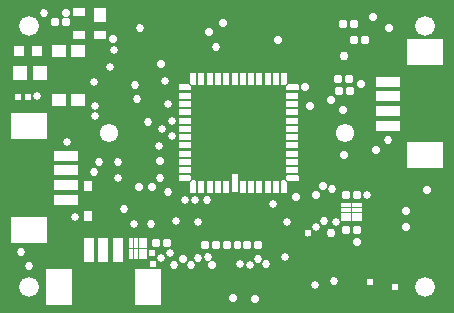
<source format=gbr>
G04 EAGLE Gerber RS-274X export*
G75*
%MOMM*%
%FSLAX34Y34*%
%LPD*%
%INSoldermask Bottom*%
%IPNEG*%
%AMOC8*
5,1,8,0,0,1.08239X$1,22.5*%
G01*
%ADD10C,0.722450*%
%ADD11C,0.715269*%
%ADD12C,0.677756*%
%ADD13C,0.685800*%
%ADD14C,0.736600*%
%ADD15C,0.740525*%
%ADD16C,0.690019*%
%ADD17C,0.713006*%
%ADD18C,0.752200*%
%ADD19C,0.711650*%
%ADD20C,0.737038*%
%ADD21C,0.702525*%
%ADD22C,0.705731*%
%ADD23C,0.697456*%
%ADD24C,0.738344*%
%ADD25C,0.747463*%
%ADD26C,0.693750*%
%ADD27C,0.622688*%
%ADD28C,0.662350*%
%ADD29C,0.664781*%
%ADD30C,0.660888*%
%ADD31C,0.687675*%
%ADD32C,0.693281*%
%ADD33C,0.668169*%
%ADD34C,0.660400*%
%ADD35C,0.609600*%
%ADD36C,0.614344*%
%ADD37C,0.653031*%
%ADD38C,0.686269*%
%ADD39C,0.647575*%
%ADD40C,0.711200*%
%ADD41C,0.731325*%
%ADD42C,0.690950*%
%ADD43C,0.681550*%
%ADD44C,0.642569*%
%ADD45C,0.651050*%
%ADD46C,0.672500*%
%ADD47C,0.666719*%
%ADD48C,0.659419*%
%ADD49C,0.603750*%
%ADD50C,0.722894*%
%ADD51R,0.952400X2.152400*%
%ADD52R,2.252400X3.152400*%
%ADD53R,2.152400X0.952400*%
%ADD54R,3.152400X2.252400*%
%ADD55R,0.952400X0.952400*%
%ADD56C,1.676400*%
%ADD57R,1.252400X1.152400*%
%ADD58R,1.152400X1.052400*%
%ADD59C,1.552400*%
%ADD60R,1.050000X0.500000*%
%ADD61R,0.500000X1.050000*%
%ADD62R,0.500000X1.650000*%
%ADD63R,1.002400X0.652400*%
%ADD64R,1.002400X1.212400*%
%ADD65R,0.352400X0.852400*%
%ADD66R,0.852400X0.352400*%
%ADD67R,0.752400X0.952400*%
%ADD68C,0.404487*%
%ADD69R,0.552400X0.502400*%

G36*
X48908Y39948D02*
X48908Y39948D01*
X48966Y39960D01*
X48978Y39968D01*
X48984Y39970D01*
X48991Y39978D01*
X49026Y40004D01*
X50526Y41504D01*
X50548Y41544D01*
X50572Y41571D01*
X50574Y41585D01*
X50588Y41606D01*
X50590Y41621D01*
X50593Y41626D01*
X50593Y41637D01*
X50599Y41680D01*
X50599Y50180D01*
X50594Y50196D01*
X50597Y50213D01*
X50575Y50263D01*
X50560Y50314D01*
X50547Y50325D01*
X50540Y50341D01*
X50495Y50371D01*
X50455Y50406D01*
X50438Y50409D01*
X50424Y50418D01*
X50350Y50429D01*
X45850Y50429D01*
X45834Y50424D01*
X45817Y50427D01*
X45767Y50405D01*
X45716Y50390D01*
X45705Y50377D01*
X45689Y50370D01*
X45659Y50325D01*
X45624Y50285D01*
X45621Y50268D01*
X45612Y50253D01*
X45601Y50180D01*
X45601Y40930D01*
X45607Y40908D01*
X45605Y40894D01*
X45620Y40862D01*
X45630Y40814D01*
X45638Y40802D01*
X45640Y40796D01*
X45648Y40789D01*
X45659Y40774D01*
X45662Y40767D01*
X45666Y40764D01*
X45674Y40754D01*
X46424Y40004D01*
X46476Y39975D01*
X46527Y39942D01*
X46541Y39940D01*
X46546Y39937D01*
X46557Y39937D01*
X46600Y39931D01*
X48850Y39931D01*
X48908Y39948D01*
G37*
G36*
X-31592Y35698D02*
X-31592Y35698D01*
X-31534Y35710D01*
X-31522Y35718D01*
X-31516Y35720D01*
X-31509Y35728D01*
X-31474Y35754D01*
X-30724Y36504D01*
X-30702Y36543D01*
X-30676Y36573D01*
X-30674Y36588D01*
X-30662Y36606D01*
X-30660Y36621D01*
X-30657Y36626D01*
X-30657Y36637D01*
X-30651Y36680D01*
X-30651Y38930D01*
X-30655Y38943D01*
X-30653Y38954D01*
X-30667Y38986D01*
X-30668Y38988D01*
X-30680Y39046D01*
X-30688Y39058D01*
X-30690Y39064D01*
X-30698Y39071D01*
X-30724Y39106D01*
X-32224Y40606D01*
X-32276Y40635D01*
X-32327Y40668D01*
X-32341Y40670D01*
X-32346Y40673D01*
X-32357Y40673D01*
X-32400Y40679D01*
X-40900Y40679D01*
X-40916Y40674D01*
X-40933Y40677D01*
X-40983Y40655D01*
X-41034Y40640D01*
X-41045Y40627D01*
X-41061Y40620D01*
X-41091Y40575D01*
X-41126Y40535D01*
X-41129Y40518D01*
X-41138Y40503D01*
X-41149Y40430D01*
X-41149Y35930D01*
X-41144Y35914D01*
X-41147Y35897D01*
X-41125Y35847D01*
X-41110Y35796D01*
X-41097Y35785D01*
X-41090Y35769D01*
X-41045Y35739D01*
X-41005Y35704D01*
X-40988Y35701D01*
X-40974Y35692D01*
X-40900Y35681D01*
X-31650Y35681D01*
X-31592Y35698D01*
G37*
G36*
X-27342Y39948D02*
X-27342Y39948D01*
X-27284Y39960D01*
X-27272Y39968D01*
X-27266Y39970D01*
X-27259Y39978D01*
X-27224Y40004D01*
X-26474Y40754D01*
X-26452Y40793D01*
X-26426Y40823D01*
X-26424Y40838D01*
X-26412Y40856D01*
X-26410Y40871D01*
X-26407Y40876D01*
X-26407Y40887D01*
X-26401Y40930D01*
X-26401Y50180D01*
X-26406Y50196D01*
X-26403Y50213D01*
X-26425Y50263D01*
X-26440Y50314D01*
X-26453Y50325D01*
X-26460Y50341D01*
X-26505Y50371D01*
X-26545Y50406D01*
X-26562Y50409D01*
X-26577Y50418D01*
X-26650Y50429D01*
X-31150Y50429D01*
X-31166Y50424D01*
X-31183Y50427D01*
X-31233Y50405D01*
X-31284Y50390D01*
X-31295Y50377D01*
X-31311Y50370D01*
X-31341Y50325D01*
X-31376Y50285D01*
X-31379Y50268D01*
X-31388Y50253D01*
X-31399Y50180D01*
X-31399Y41680D01*
X-31391Y41652D01*
X-31393Y41642D01*
X-31381Y41617D01*
X-31370Y41564D01*
X-31362Y41552D01*
X-31360Y41546D01*
X-31352Y41539D01*
X-31338Y41520D01*
X-31336Y41514D01*
X-31333Y41512D01*
X-31326Y41504D01*
X-29826Y40004D01*
X-29774Y39975D01*
X-29724Y39942D01*
X-29709Y39940D01*
X-29704Y39937D01*
X-29693Y39937D01*
X-29650Y39931D01*
X-27400Y39931D01*
X-27342Y39948D01*
G37*
G36*
X-32342Y-41302D02*
X-32342Y-41302D01*
X-32284Y-41290D01*
X-32272Y-41282D01*
X-32266Y-41280D01*
X-32259Y-41272D01*
X-32224Y-41246D01*
X-30724Y-39746D01*
X-30702Y-39706D01*
X-30678Y-39679D01*
X-30676Y-39665D01*
X-30662Y-39644D01*
X-30660Y-39629D01*
X-30657Y-39624D01*
X-30657Y-39613D01*
X-30651Y-39570D01*
X-30651Y-37320D01*
X-30654Y-37307D01*
X-30653Y-37298D01*
X-30665Y-37270D01*
X-30668Y-37262D01*
X-30680Y-37204D01*
X-30688Y-37192D01*
X-30690Y-37186D01*
X-30698Y-37179D01*
X-30724Y-37144D01*
X-31474Y-36394D01*
X-31526Y-36365D01*
X-31577Y-36332D01*
X-31591Y-36330D01*
X-31596Y-36327D01*
X-31607Y-36327D01*
X-31650Y-36321D01*
X-40900Y-36321D01*
X-40916Y-36326D01*
X-40933Y-36323D01*
X-40983Y-36345D01*
X-41034Y-36360D01*
X-41045Y-36373D01*
X-41061Y-36380D01*
X-41091Y-36425D01*
X-41126Y-36465D01*
X-41129Y-36482D01*
X-41138Y-36497D01*
X-41149Y-36570D01*
X-41149Y-41070D01*
X-41144Y-41087D01*
X-41147Y-41103D01*
X-41125Y-41153D01*
X-41110Y-41204D01*
X-41097Y-41216D01*
X-41090Y-41231D01*
X-41045Y-41261D01*
X-41005Y-41296D01*
X-40988Y-41299D01*
X-40974Y-41308D01*
X-40900Y-41319D01*
X-32400Y-41319D01*
X-32342Y-41302D01*
G37*
G36*
X60116Y35686D02*
X60116Y35686D01*
X60133Y35683D01*
X60183Y35705D01*
X60234Y35720D01*
X60245Y35733D01*
X60261Y35740D01*
X60291Y35785D01*
X60326Y35825D01*
X60329Y35842D01*
X60338Y35856D01*
X60349Y35930D01*
X60349Y40430D01*
X60346Y40442D01*
X60347Y40450D01*
X60345Y40453D01*
X60347Y40463D01*
X60325Y40513D01*
X60310Y40564D01*
X60297Y40575D01*
X60290Y40591D01*
X60245Y40621D01*
X60205Y40656D01*
X60188Y40659D01*
X60174Y40668D01*
X60100Y40679D01*
X51600Y40679D01*
X51542Y40662D01*
X51484Y40650D01*
X51472Y40642D01*
X51466Y40640D01*
X51459Y40632D01*
X51424Y40606D01*
X49924Y39106D01*
X49895Y39054D01*
X49885Y39038D01*
X49874Y39026D01*
X49873Y39020D01*
X49862Y39003D01*
X49860Y38989D01*
X49857Y38984D01*
X49857Y38973D01*
X49851Y38930D01*
X49851Y36680D01*
X49857Y36658D01*
X49855Y36644D01*
X49870Y36612D01*
X49880Y36564D01*
X49888Y36552D01*
X49890Y36546D01*
X49898Y36539D01*
X49909Y36524D01*
X49912Y36517D01*
X49916Y36514D01*
X49924Y36504D01*
X50674Y35754D01*
X50726Y35725D01*
X50777Y35692D01*
X50791Y35690D01*
X50796Y35687D01*
X50807Y35687D01*
X50850Y35681D01*
X60100Y35681D01*
X60116Y35686D01*
G37*
G36*
X60116Y-41314D02*
X60116Y-41314D01*
X60133Y-41317D01*
X60183Y-41295D01*
X60234Y-41280D01*
X60245Y-41267D01*
X60261Y-41260D01*
X60291Y-41215D01*
X60326Y-41175D01*
X60329Y-41158D01*
X60338Y-41144D01*
X60349Y-41070D01*
X60349Y-36570D01*
X60346Y-36558D01*
X60347Y-36550D01*
X60345Y-36547D01*
X60347Y-36537D01*
X60325Y-36488D01*
X60310Y-36436D01*
X60297Y-36425D01*
X60290Y-36409D01*
X60245Y-36379D01*
X60205Y-36344D01*
X60188Y-36341D01*
X60174Y-36332D01*
X60100Y-36321D01*
X50850Y-36321D01*
X50792Y-36338D01*
X50734Y-36350D01*
X50722Y-36358D01*
X50716Y-36360D01*
X50709Y-36368D01*
X50674Y-36394D01*
X49924Y-37144D01*
X49895Y-37196D01*
X49879Y-37221D01*
X49874Y-37227D01*
X49873Y-37229D01*
X49862Y-37247D01*
X49860Y-37261D01*
X49857Y-37266D01*
X49857Y-37277D01*
X49851Y-37320D01*
X49851Y-39570D01*
X49859Y-39598D01*
X49858Y-39608D01*
X49869Y-39633D01*
X49880Y-39686D01*
X49888Y-39698D01*
X49890Y-39704D01*
X49898Y-39711D01*
X49912Y-39730D01*
X49914Y-39736D01*
X49917Y-39738D01*
X49924Y-39746D01*
X51424Y-41246D01*
X51476Y-41275D01*
X51527Y-41308D01*
X51541Y-41310D01*
X51546Y-41313D01*
X51557Y-41313D01*
X51600Y-41319D01*
X60100Y-41319D01*
X60116Y-41314D01*
G37*
G36*
X50366Y-51064D02*
X50366Y-51064D01*
X50383Y-51067D01*
X50433Y-51045D01*
X50484Y-51030D01*
X50495Y-51017D01*
X50511Y-51010D01*
X50541Y-50965D01*
X50576Y-50925D01*
X50579Y-50908D01*
X50588Y-50894D01*
X50599Y-50820D01*
X50599Y-42320D01*
X50597Y-42312D01*
X50582Y-42262D01*
X50570Y-42204D01*
X50562Y-42192D01*
X50560Y-42186D01*
X50552Y-42179D01*
X50526Y-42144D01*
X49026Y-40644D01*
X48974Y-40615D01*
X48924Y-40582D01*
X48909Y-40580D01*
X48904Y-40577D01*
X48893Y-40577D01*
X48850Y-40571D01*
X46600Y-40571D01*
X46542Y-40588D01*
X46484Y-40600D01*
X46472Y-40608D01*
X46466Y-40610D01*
X46459Y-40618D01*
X46424Y-40644D01*
X45674Y-41394D01*
X45645Y-41446D01*
X45612Y-41497D01*
X45610Y-41511D01*
X45607Y-41516D01*
X45607Y-41527D01*
X45601Y-41570D01*
X45601Y-50820D01*
X45606Y-50837D01*
X45603Y-50853D01*
X45625Y-50903D01*
X45640Y-50954D01*
X45653Y-50966D01*
X45660Y-50981D01*
X45705Y-51011D01*
X45745Y-51046D01*
X45762Y-51049D01*
X45777Y-51058D01*
X45850Y-51069D01*
X50350Y-51069D01*
X50366Y-51064D01*
G37*
G36*
X-26634Y-51064D02*
X-26634Y-51064D01*
X-26617Y-51067D01*
X-26567Y-51045D01*
X-26516Y-51030D01*
X-26505Y-51017D01*
X-26489Y-51010D01*
X-26459Y-50965D01*
X-26424Y-50925D01*
X-26421Y-50908D01*
X-26412Y-50894D01*
X-26401Y-50820D01*
X-26401Y-41570D01*
X-26418Y-41512D01*
X-26430Y-41454D01*
X-26438Y-41442D01*
X-26440Y-41436D01*
X-26448Y-41429D01*
X-26474Y-41394D01*
X-27224Y-40644D01*
X-27276Y-40615D01*
X-27327Y-40582D01*
X-27341Y-40580D01*
X-27346Y-40577D01*
X-27357Y-40577D01*
X-27400Y-40571D01*
X-29650Y-40571D01*
X-29708Y-40588D01*
X-29766Y-40600D01*
X-29778Y-40608D01*
X-29784Y-40610D01*
X-29791Y-40618D01*
X-29826Y-40644D01*
X-31326Y-42144D01*
X-31355Y-42196D01*
X-31388Y-42247D01*
X-31390Y-42261D01*
X-31393Y-42266D01*
X-31393Y-42277D01*
X-31399Y-42320D01*
X-31399Y-50820D01*
X-31394Y-50837D01*
X-31397Y-50853D01*
X-31375Y-50903D01*
X-31360Y-50954D01*
X-31347Y-50966D01*
X-31340Y-50981D01*
X-31295Y-51011D01*
X-31255Y-51046D01*
X-31238Y-51049D01*
X-31224Y-51058D01*
X-31150Y-51069D01*
X-26650Y-51069D01*
X-26634Y-51064D01*
G37*
D10*
X-136906Y101473D03*
D11*
X-96774Y78994D03*
D12*
X-96266Y70104D03*
D13*
X-73769Y88902D03*
D14*
X-56007Y57785D03*
D15*
X-15240Y84836D03*
D16*
X-9398Y72390D03*
D15*
X43180Y78232D03*
D17*
X136906Y88392D03*
D18*
X98552Y64770D03*
D14*
X113030Y41275D03*
D19*
X87757Y27940D03*
D11*
X66185Y38390D03*
D20*
X70104Y22352D03*
D21*
X75184Y-53213D03*
D22*
X80899Y-45593D03*
D23*
X89027Y-47879D03*
D12*
X118110Y-52705D03*
D16*
X136271Y-6350D03*
D24*
X151511Y-66294D03*
D21*
X151511Y-79883D03*
D11*
X109601Y-92710D03*
D25*
X87376Y-84709D03*
D26*
X81661Y-75057D03*
D12*
X75184Y-80264D03*
D27*
X68580Y-85090D03*
D28*
X91821Y-75692D03*
D29*
X48514Y-105029D03*
D28*
X50800Y-75946D03*
D30*
X38390Y-60779D03*
D31*
X33147Y-111379D03*
D32*
X26035Y-107442D03*
D33*
X19050Y-111887D03*
D29*
X10541Y-111125D03*
D20*
X-12573Y-112141D03*
D13*
X-16764Y-105029D03*
X-25019Y-106172D03*
D32*
X-30607Y-112268D03*
D15*
X-37719Y-107188D03*
D23*
X-45085Y-112014D03*
D34*
X-48895Y-101854D03*
D29*
X-56261Y-105918D03*
D35*
X-63500Y-102108D03*
D36*
X-62738Y-110998D03*
D37*
X-79248Y-77089D03*
D38*
X-64643Y-77597D03*
D39*
X-43180Y-74930D03*
D33*
X-24511Y-75692D03*
D26*
X-49911Y-50292D03*
D19*
X-64135Y-46355D03*
D23*
X-57150Y-38862D03*
D40*
X-74930Y-46101D03*
D41*
X-57404Y-24384D03*
D42*
X-87376Y-64516D03*
D29*
X-92456Y-38735D03*
D32*
X-113284Y-33274D03*
D13*
X-92710Y-24892D03*
D38*
X-108458Y-24765D03*
D43*
X-128778Y-71882D03*
D44*
X-58166Y-11176D03*
D29*
X-55644Y3250D03*
D16*
X-66929Y9017D03*
X-76581Y28067D03*
D31*
X-77978Y40513D03*
D29*
X-111887Y22733D03*
D45*
X-112776Y42418D03*
D46*
X-160782Y30607D03*
D47*
X-112014Y14224D03*
D48*
X-99187Y55118D03*
D28*
X-52578Y43561D03*
D49*
X120650Y-126746D03*
D13*
X89916Y-125984D03*
D28*
X73914Y-128905D03*
D14*
X23114Y-141351D03*
D20*
X4572Y-139700D03*
D38*
X-174879Y-101346D03*
D48*
X-35560Y-57150D03*
D44*
X-27305Y-57023D03*
D32*
X-17272Y-57150D03*
D50*
X57948Y-54959D03*
D15*
X125836Y-15177D03*
D29*
X-47118Y10146D03*
X-49839Y24484D03*
X-47118Y-3284D03*
D19*
X97663Y19050D03*
X99187Y-19050D03*
D17*
X123190Y97790D03*
D15*
X-3810Y92710D03*
D13*
X-155049Y101602D03*
D47*
X-136144Y-7620D03*
D38*
X-167767Y-113030D03*
D49*
X142240Y-130810D03*
D24*
X168783Y-48260D03*
D51*
X-92402Y-99460D03*
X-104902Y-99460D03*
X-117402Y-99460D03*
D52*
X-67402Y-130710D03*
X-142402Y-130710D03*
D53*
X136036Y43134D03*
X136036Y30634D03*
X136036Y18134D03*
X136036Y5634D03*
D54*
X167286Y68134D03*
X167286Y-19366D03*
D53*
X-136290Y-57104D03*
X-136290Y-44604D03*
X-136290Y-32104D03*
X-136290Y-19604D03*
D54*
X-167540Y-82104D03*
X-167540Y5396D03*
D55*
X-161410Y68834D03*
X-176410Y68834D03*
D56*
X-167640Y-130810D03*
X167640Y-130810D03*
X167640Y90170D03*
X-167640Y90170D03*
D57*
X-175378Y50546D03*
X-158378Y50546D03*
D58*
X-126620Y68760D03*
X-142620Y68760D03*
X-142620Y27760D03*
X-126620Y27760D03*
D59*
X100000Y-320D03*
X-100000Y-320D03*
D60*
X-35900Y-31820D03*
X-35900Y-24820D03*
X-35900Y-17820D03*
X-35900Y-10820D03*
X-35900Y-3820D03*
X-35900Y3180D03*
X-35900Y10180D03*
X-35900Y17180D03*
X-35900Y24180D03*
X-35900Y31180D03*
D61*
X-21900Y45180D03*
X-14900Y45180D03*
X-7900Y45180D03*
X-900Y45180D03*
X6100Y45180D03*
X13100Y45180D03*
X20100Y45180D03*
X27100Y45180D03*
X34100Y45180D03*
X41100Y45180D03*
D60*
X55100Y31180D03*
X55100Y24180D03*
X55100Y17180D03*
X55100Y10180D03*
X55100Y3180D03*
X55100Y-3820D03*
X55100Y-10820D03*
X55100Y-17820D03*
X55100Y-24820D03*
X55100Y-31820D03*
D61*
X41100Y-45820D03*
X34100Y-45820D03*
X27100Y-45820D03*
X20100Y-45820D03*
X13100Y-45820D03*
D62*
X6100Y-42820D03*
D61*
X-900Y-45820D03*
X-7900Y-45820D03*
X-14900Y-45820D03*
X-21900Y-45820D03*
D63*
X-125640Y82602D03*
X-125640Y101802D03*
X-108040Y82602D03*
D64*
X-108040Y99802D03*
D65*
X-73438Y-93925D03*
X-73438Y-102925D03*
X-77438Y-93925D03*
X-81438Y-93925D03*
X-69438Y-102925D03*
X-77438Y-102925D03*
X-81438Y-102925D03*
X-69438Y-93925D03*
D66*
X109402Y-69564D03*
X100402Y-69564D03*
X109402Y-65564D03*
X109402Y-61564D03*
X100402Y-73564D03*
X100402Y-65564D03*
X100402Y-61564D03*
X109402Y-73564D03*
D67*
X-118364Y-70412D03*
X-118364Y-45412D03*
D68*
X-52622Y-92105D02*
X-50142Y-92105D01*
X-50142Y-94585D01*
X-52622Y-94585D01*
X-52622Y-92105D01*
X-59392Y-92105D02*
X-61872Y-92105D01*
X-59392Y-92105D02*
X-59392Y-94585D01*
X-61872Y-94585D01*
X-61872Y-92105D01*
X98783Y-83663D02*
X101263Y-83663D01*
X98783Y-83663D02*
X98783Y-81183D01*
X101263Y-81183D01*
X101263Y-83663D01*
X108033Y-83663D02*
X110513Y-83663D01*
X108033Y-83663D02*
X108033Y-81183D01*
X110513Y-81183D01*
X110513Y-83663D01*
X101390Y-53945D02*
X98910Y-53945D01*
X98910Y-51465D01*
X101390Y-51465D01*
X101390Y-53945D01*
X108160Y-53945D02*
X110640Y-53945D01*
X108160Y-53945D02*
X108160Y-51465D01*
X110640Y-51465D01*
X110640Y-53945D01*
X-144863Y92486D02*
X-147343Y92486D01*
X-147343Y94966D01*
X-144863Y94966D01*
X-144863Y92486D01*
X-138093Y92486D02*
X-135613Y92486D01*
X-138093Y92486D02*
X-138093Y94966D01*
X-135613Y94966D01*
X-135613Y92486D01*
X-20216Y-95855D02*
X-17736Y-95855D01*
X-20216Y-95855D02*
X-20216Y-93375D01*
X-17736Y-93375D01*
X-17736Y-95855D01*
X-10966Y-95855D02*
X-8486Y-95855D01*
X-10966Y-95855D02*
X-10966Y-93375D01*
X-8486Y-93375D01*
X-8486Y-95855D01*
X-2309Y-95982D02*
X171Y-95982D01*
X-2309Y-95982D02*
X-2309Y-93502D01*
X171Y-93502D01*
X171Y-95982D01*
X6941Y-95982D02*
X9421Y-95982D01*
X6941Y-95982D02*
X6941Y-93502D01*
X9421Y-93502D01*
X9421Y-95982D01*
X15217Y-96363D02*
X17697Y-96363D01*
X15217Y-96363D02*
X15217Y-93883D01*
X17697Y-93883D01*
X17697Y-96363D01*
X24467Y-96363D02*
X26947Y-96363D01*
X24467Y-96363D02*
X24467Y-93883D01*
X26947Y-93883D01*
X26947Y-96363D01*
X92814Y34320D02*
X95294Y34320D01*
X92814Y34320D02*
X92814Y36800D01*
X95294Y36800D01*
X95294Y34320D01*
X102064Y34320D02*
X104544Y34320D01*
X102064Y34320D02*
X102064Y36800D01*
X104544Y36800D01*
X104544Y34320D01*
X94913Y44734D02*
X92433Y44734D01*
X92433Y47214D01*
X94913Y47214D01*
X94913Y44734D01*
X101683Y44734D02*
X104163Y44734D01*
X101683Y44734D02*
X101683Y47214D01*
X104163Y47214D01*
X104163Y44734D01*
D69*
X-168974Y30226D03*
X-176974Y30226D03*
D68*
X105895Y77754D02*
X108375Y77754D01*
X105895Y77754D02*
X105895Y80234D01*
X108375Y80234D01*
X108375Y77754D01*
X115145Y77754D02*
X117625Y77754D01*
X115145Y77754D02*
X115145Y80234D01*
X117625Y80234D01*
X117625Y77754D01*
X108227Y93950D02*
X105747Y93950D01*
X108227Y93950D02*
X108227Y91470D01*
X105747Y91470D01*
X105747Y93950D01*
X98977Y93950D02*
X96497Y93950D01*
X98977Y93950D02*
X98977Y91470D01*
X96497Y91470D01*
X96497Y93950D01*
M02*

</source>
